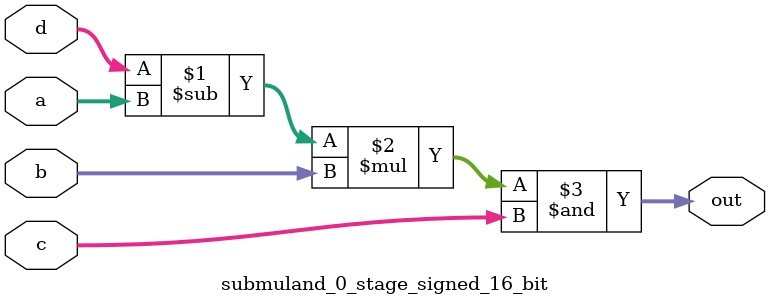
<source format=sv>
(* use_dsp = "yes" *) module submuland_0_stage_signed_16_bit(
	input signed [15:0] a,
	input signed [15:0] b,
	input signed [15:0] c,
	input signed [15:0] d,
	output [15:0] out
	);

	assign out = ((d - a) * b) & c;
endmodule

</source>
